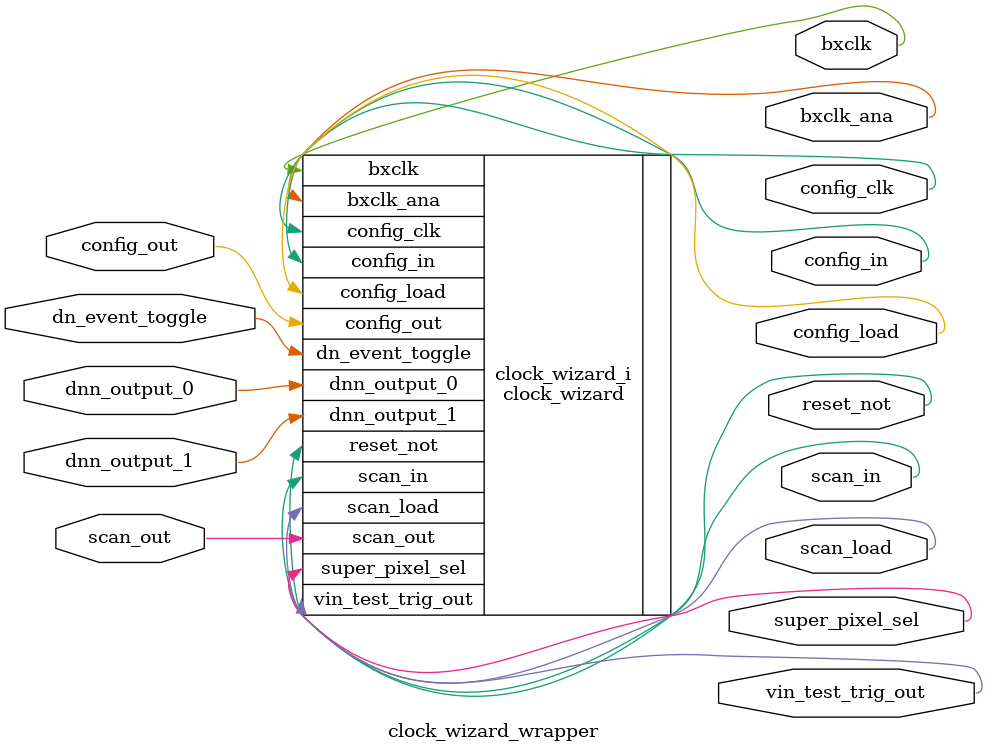
<source format=v>
`timescale 1 ps / 1 ps

module clock_wizard_wrapper
   (bxclk,
    bxclk_ana,
    config_clk,
    config_in,
    config_load,
    config_out,
    dn_event_toggle,
    dnn_output_0,
    dnn_output_1,
    reset_not,
    scan_in,
    scan_load,
    scan_out,
    super_pixel_sel,
    vin_test_trig_out);
  output bxclk;
  output bxclk_ana;
  output config_clk;
  output config_in;
  output config_load;
  input config_out;
  input dn_event_toggle;
  input dnn_output_0;
  input dnn_output_1;
  output reset_not;
  output scan_in;
  output scan_load;
  input scan_out;
  output super_pixel_sel;
  output vin_test_trig_out;

  wire bxclk;
  wire bxclk_ana;
  wire config_clk;
  wire config_in;
  wire config_load;
  wire config_out;
  wire dn_event_toggle;
  wire dnn_output_0;
  wire dnn_output_1;
  wire reset_not;
  wire scan_in;
  wire scan_load;
  wire scan_out;
  wire super_pixel_sel;
  wire vin_test_trig_out;

  clock_wizard clock_wizard_i
       (.bxclk(bxclk),
        .bxclk_ana(bxclk_ana),
        .config_clk(config_clk),
        .config_in(config_in),
        .config_load(config_load),
        .config_out(config_out),
        .dn_event_toggle(dn_event_toggle),
        .dnn_output_0(dnn_output_0),
        .dnn_output_1(dnn_output_1),
        .reset_not(reset_not),
        .scan_in(scan_in),
        .scan_load(scan_load),
        .scan_out(scan_out),
        .super_pixel_sel(super_pixel_sel),
        .vin_test_trig_out(vin_test_trig_out));
endmodule

</source>
